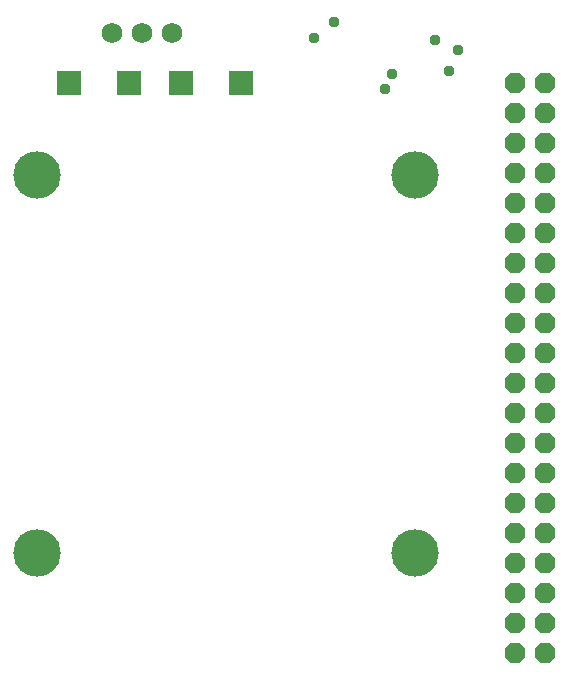
<source format=gbr>
G04 EAGLE Gerber RS-274X export*
G75*
%MOMM*%
%FSLAX34Y34*%
%LPD*%
%INSoldermask Bottom*%
%IPPOS*%
%AMOC8*
5,1,8,0,0,1.08239X$1,22.5*%
G01*
%ADD10P,1.869504X8X292.500000*%
%ADD11R,2.108200X2.108200*%
%ADD12C,4.013200*%
%ADD13C,1.727200*%
%ADD14C,0.959600*%


D10*
X466725Y504825D03*
X492125Y504825D03*
X466725Y479425D03*
X492125Y479425D03*
X466725Y454025D03*
X492125Y454025D03*
X466725Y428625D03*
X492125Y428625D03*
X466725Y403225D03*
X492125Y403225D03*
X466725Y377825D03*
X492125Y377825D03*
X466725Y352425D03*
X492125Y352425D03*
X466725Y327025D03*
X492125Y327025D03*
X466725Y301625D03*
X492125Y301625D03*
X466725Y276225D03*
X492125Y276225D03*
X466725Y250825D03*
X492125Y250825D03*
X466725Y225425D03*
X492125Y225425D03*
X466725Y200025D03*
X492125Y200025D03*
X466725Y174625D03*
X492125Y174625D03*
X466725Y149225D03*
X492125Y149225D03*
X466725Y123825D03*
X492125Y123825D03*
X466725Y98425D03*
X492125Y98425D03*
X466725Y73025D03*
X492125Y73025D03*
X466725Y47625D03*
X492125Y47625D03*
X466725Y22225D03*
X492125Y22225D03*
D11*
X234950Y504825D03*
X184150Y504825D03*
X139700Y504825D03*
X88900Y504825D03*
D12*
X382225Y426725D03*
X62225Y426725D03*
X62225Y106725D03*
X382225Y106725D03*
D13*
X176213Y546894D03*
X150813Y546894D03*
X125413Y546894D03*
D14*
X313277Y556641D03*
X296767Y542925D03*
X398907Y541433D03*
X356362Y499491D03*
X362522Y512064D03*
X418338Y532638D03*
X410845Y514985D03*
M02*

</source>
